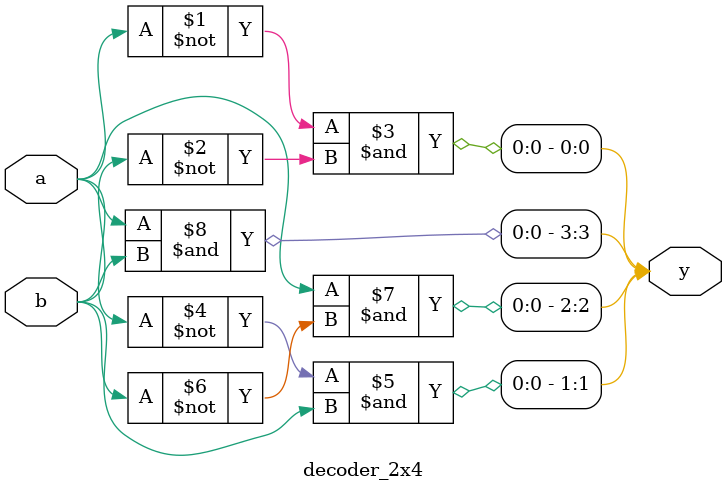
<source format=v>
module decoder_2x4(a,b,y);

	input a,b;
	output [3:0] y;
	
	assign y[0] = ~a & ~b;
	assign y[1] = ~a & b;
	assign y[2] = a & ~b;
	assign y[3] = a & b;
	
endmodule

</source>
